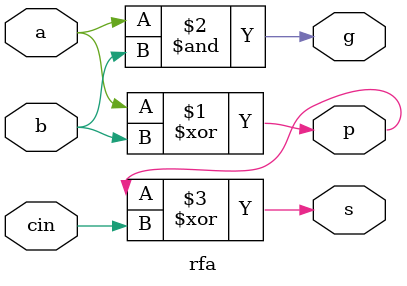
<source format=sv>
module rfa (
    input  logic a,
    input  logic b,
    input  logic cin,
    output logic s,
    output logic p,
    output logic g
);

assign p = a ^ b;
assign g = a & b;
assign s = p ^ cin;
    
endmodule
</source>
